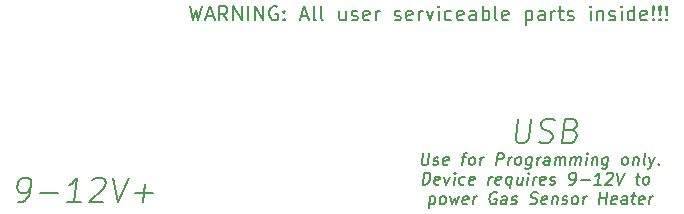
<source format=gto>
G04 #@! TF.GenerationSoftware,KiCad,Pcbnew,5.0.0-rc2*
G04 #@! TF.CreationDate,2019-06-04T01:47:03-04:00*
G04 #@! TF.ProjectId,panelback,70616E656C6261636B2E6B696361645F,rev?*
G04 #@! TF.SameCoordinates,Original*
G04 #@! TF.FileFunction,Legend,Top*
G04 #@! TF.FilePolarity,Positive*
%FSLAX46Y46*%
G04 Gerber Fmt 4.6, Leading zero omitted, Abs format (unit mm)*
G04 Created by KiCad (PCBNEW 5.0.0-rc2) date Tue Jun  4 01:47:03 2019*
%MOMM*%
%LPD*%
G01*
G04 APERTURE LIST*
%ADD10C,0.152400*%
G04 APERTURE END LIST*
D10*
X82742857Y-81342857D02*
X83028571Y-82542857D01*
X83257142Y-81685714D01*
X83485714Y-82542857D01*
X83771428Y-81342857D01*
X84171428Y-82200000D02*
X84742857Y-82200000D01*
X84057142Y-82542857D02*
X84457142Y-81342857D01*
X84857142Y-82542857D01*
X85942857Y-82542857D02*
X85542857Y-81971428D01*
X85257142Y-82542857D02*
X85257142Y-81342857D01*
X85714285Y-81342857D01*
X85828571Y-81400000D01*
X85885714Y-81457142D01*
X85942857Y-81571428D01*
X85942857Y-81742857D01*
X85885714Y-81857142D01*
X85828571Y-81914285D01*
X85714285Y-81971428D01*
X85257142Y-81971428D01*
X86457142Y-82542857D02*
X86457142Y-81342857D01*
X87142857Y-82542857D01*
X87142857Y-81342857D01*
X87714285Y-82542857D02*
X87714285Y-81342857D01*
X88285714Y-82542857D02*
X88285714Y-81342857D01*
X88971428Y-82542857D01*
X88971428Y-81342857D01*
X90171428Y-81400000D02*
X90057142Y-81342857D01*
X89885714Y-81342857D01*
X89714285Y-81400000D01*
X89599999Y-81514285D01*
X89542857Y-81628571D01*
X89485714Y-81857142D01*
X89485714Y-82028571D01*
X89542857Y-82257142D01*
X89599999Y-82371428D01*
X89714285Y-82485714D01*
X89885714Y-82542857D01*
X89999999Y-82542857D01*
X90171428Y-82485714D01*
X90228571Y-82428571D01*
X90228571Y-82028571D01*
X89999999Y-82028571D01*
X90742857Y-82428571D02*
X90799999Y-82485714D01*
X90742857Y-82542857D01*
X90685714Y-82485714D01*
X90742857Y-82428571D01*
X90742857Y-82542857D01*
X90742857Y-81800000D02*
X90799999Y-81857142D01*
X90742857Y-81914285D01*
X90685714Y-81857142D01*
X90742857Y-81800000D01*
X90742857Y-81914285D01*
X92171428Y-82200000D02*
X92742857Y-82200000D01*
X92057142Y-82542857D02*
X92457142Y-81342857D01*
X92857142Y-82542857D01*
X93428571Y-82542857D02*
X93314285Y-82485714D01*
X93257142Y-82371428D01*
X93257142Y-81342857D01*
X94057142Y-82542857D02*
X93942857Y-82485714D01*
X93885714Y-82371428D01*
X93885714Y-81342857D01*
X95942857Y-81742857D02*
X95942857Y-82542857D01*
X95428571Y-81742857D02*
X95428571Y-82371428D01*
X95485714Y-82485714D01*
X95599999Y-82542857D01*
X95771428Y-82542857D01*
X95885714Y-82485714D01*
X95942857Y-82428571D01*
X96457142Y-82485714D02*
X96571428Y-82542857D01*
X96799999Y-82542857D01*
X96914285Y-82485714D01*
X96971428Y-82371428D01*
X96971428Y-82314285D01*
X96914285Y-82200000D01*
X96799999Y-82142857D01*
X96628571Y-82142857D01*
X96514285Y-82085714D01*
X96457142Y-81971428D01*
X96457142Y-81914285D01*
X96514285Y-81800000D01*
X96628571Y-81742857D01*
X96799999Y-81742857D01*
X96914285Y-81800000D01*
X97942857Y-82485714D02*
X97828571Y-82542857D01*
X97599999Y-82542857D01*
X97485714Y-82485714D01*
X97428571Y-82371428D01*
X97428571Y-81914285D01*
X97485714Y-81800000D01*
X97599999Y-81742857D01*
X97828571Y-81742857D01*
X97942857Y-81800000D01*
X97999999Y-81914285D01*
X97999999Y-82028571D01*
X97428571Y-82142857D01*
X98514285Y-82542857D02*
X98514285Y-81742857D01*
X98514285Y-81971428D02*
X98571428Y-81857142D01*
X98628571Y-81800000D01*
X98742857Y-81742857D01*
X98857142Y-81742857D01*
X100114285Y-82485714D02*
X100228571Y-82542857D01*
X100457142Y-82542857D01*
X100571428Y-82485714D01*
X100628571Y-82371428D01*
X100628571Y-82314285D01*
X100571428Y-82200000D01*
X100457142Y-82142857D01*
X100285714Y-82142857D01*
X100171428Y-82085714D01*
X100114285Y-81971428D01*
X100114285Y-81914285D01*
X100171428Y-81800000D01*
X100285714Y-81742857D01*
X100457142Y-81742857D01*
X100571428Y-81800000D01*
X101599999Y-82485714D02*
X101485714Y-82542857D01*
X101257142Y-82542857D01*
X101142857Y-82485714D01*
X101085714Y-82371428D01*
X101085714Y-81914285D01*
X101142857Y-81800000D01*
X101257142Y-81742857D01*
X101485714Y-81742857D01*
X101599999Y-81800000D01*
X101657142Y-81914285D01*
X101657142Y-82028571D01*
X101085714Y-82142857D01*
X102171428Y-82542857D02*
X102171428Y-81742857D01*
X102171428Y-81971428D02*
X102228571Y-81857142D01*
X102285714Y-81800000D01*
X102399999Y-81742857D01*
X102514285Y-81742857D01*
X102799999Y-81742857D02*
X103085714Y-82542857D01*
X103371428Y-81742857D01*
X103828571Y-82542857D02*
X103828571Y-81742857D01*
X103828571Y-81342857D02*
X103771428Y-81400000D01*
X103828571Y-81457142D01*
X103885714Y-81400000D01*
X103828571Y-81342857D01*
X103828571Y-81457142D01*
X104914285Y-82485714D02*
X104799999Y-82542857D01*
X104571428Y-82542857D01*
X104457142Y-82485714D01*
X104399999Y-82428571D01*
X104342857Y-82314285D01*
X104342857Y-81971428D01*
X104399999Y-81857142D01*
X104457142Y-81800000D01*
X104571428Y-81742857D01*
X104799999Y-81742857D01*
X104914285Y-81800000D01*
X105885714Y-82485714D02*
X105771428Y-82542857D01*
X105542857Y-82542857D01*
X105428571Y-82485714D01*
X105371428Y-82371428D01*
X105371428Y-81914285D01*
X105428571Y-81800000D01*
X105542857Y-81742857D01*
X105771428Y-81742857D01*
X105885714Y-81800000D01*
X105942857Y-81914285D01*
X105942857Y-82028571D01*
X105371428Y-82142857D01*
X106971428Y-82542857D02*
X106971428Y-81914285D01*
X106914285Y-81800000D01*
X106799999Y-81742857D01*
X106571428Y-81742857D01*
X106457142Y-81800000D01*
X106971428Y-82485714D02*
X106857142Y-82542857D01*
X106571428Y-82542857D01*
X106457142Y-82485714D01*
X106399999Y-82371428D01*
X106399999Y-82257142D01*
X106457142Y-82142857D01*
X106571428Y-82085714D01*
X106857142Y-82085714D01*
X106971428Y-82028571D01*
X107542857Y-82542857D02*
X107542857Y-81342857D01*
X107542857Y-81800000D02*
X107657142Y-81742857D01*
X107885714Y-81742857D01*
X107999999Y-81800000D01*
X108057142Y-81857142D01*
X108114285Y-81971428D01*
X108114285Y-82314285D01*
X108057142Y-82428571D01*
X107999999Y-82485714D01*
X107885714Y-82542857D01*
X107657142Y-82542857D01*
X107542857Y-82485714D01*
X108800000Y-82542857D02*
X108685714Y-82485714D01*
X108628571Y-82371428D01*
X108628571Y-81342857D01*
X109714285Y-82485714D02*
X109600000Y-82542857D01*
X109371428Y-82542857D01*
X109257142Y-82485714D01*
X109200000Y-82371428D01*
X109200000Y-81914285D01*
X109257142Y-81800000D01*
X109371428Y-81742857D01*
X109600000Y-81742857D01*
X109714285Y-81800000D01*
X109771428Y-81914285D01*
X109771428Y-82028571D01*
X109200000Y-82142857D01*
X111200000Y-81742857D02*
X111200000Y-82942857D01*
X111200000Y-81800000D02*
X111314285Y-81742857D01*
X111542857Y-81742857D01*
X111657142Y-81800000D01*
X111714285Y-81857142D01*
X111771428Y-81971428D01*
X111771428Y-82314285D01*
X111714285Y-82428571D01*
X111657142Y-82485714D01*
X111542857Y-82542857D01*
X111314285Y-82542857D01*
X111200000Y-82485714D01*
X112800000Y-82542857D02*
X112800000Y-81914285D01*
X112742857Y-81800000D01*
X112628571Y-81742857D01*
X112400000Y-81742857D01*
X112285714Y-81800000D01*
X112800000Y-82485714D02*
X112685714Y-82542857D01*
X112400000Y-82542857D01*
X112285714Y-82485714D01*
X112228571Y-82371428D01*
X112228571Y-82257142D01*
X112285714Y-82142857D01*
X112400000Y-82085714D01*
X112685714Y-82085714D01*
X112800000Y-82028571D01*
X113371428Y-82542857D02*
X113371428Y-81742857D01*
X113371428Y-81971428D02*
X113428571Y-81857142D01*
X113485714Y-81800000D01*
X113600000Y-81742857D01*
X113714285Y-81742857D01*
X113942857Y-81742857D02*
X114400000Y-81742857D01*
X114114285Y-81342857D02*
X114114285Y-82371428D01*
X114171428Y-82485714D01*
X114285714Y-82542857D01*
X114400000Y-82542857D01*
X114742857Y-82485714D02*
X114857142Y-82542857D01*
X115085714Y-82542857D01*
X115200000Y-82485714D01*
X115257142Y-82371428D01*
X115257142Y-82314285D01*
X115200000Y-82200000D01*
X115085714Y-82142857D01*
X114914285Y-82142857D01*
X114800000Y-82085714D01*
X114742857Y-81971428D01*
X114742857Y-81914285D01*
X114800000Y-81800000D01*
X114914285Y-81742857D01*
X115085714Y-81742857D01*
X115200000Y-81800000D01*
X116685714Y-82542857D02*
X116685714Y-81742857D01*
X116685714Y-81342857D02*
X116628571Y-81400000D01*
X116685714Y-81457142D01*
X116742857Y-81400000D01*
X116685714Y-81342857D01*
X116685714Y-81457142D01*
X117257142Y-81742857D02*
X117257142Y-82542857D01*
X117257142Y-81857142D02*
X117314285Y-81800000D01*
X117428571Y-81742857D01*
X117600000Y-81742857D01*
X117714285Y-81800000D01*
X117771428Y-81914285D01*
X117771428Y-82542857D01*
X118285714Y-82485714D02*
X118400000Y-82542857D01*
X118628571Y-82542857D01*
X118742857Y-82485714D01*
X118800000Y-82371428D01*
X118800000Y-82314285D01*
X118742857Y-82200000D01*
X118628571Y-82142857D01*
X118457142Y-82142857D01*
X118342857Y-82085714D01*
X118285714Y-81971428D01*
X118285714Y-81914285D01*
X118342857Y-81800000D01*
X118457142Y-81742857D01*
X118628571Y-81742857D01*
X118742857Y-81800000D01*
X119314285Y-82542857D02*
X119314285Y-81742857D01*
X119314285Y-81342857D02*
X119257142Y-81400000D01*
X119314285Y-81457142D01*
X119371428Y-81400000D01*
X119314285Y-81342857D01*
X119314285Y-81457142D01*
X120400000Y-82542857D02*
X120400000Y-81342857D01*
X120400000Y-82485714D02*
X120285714Y-82542857D01*
X120057142Y-82542857D01*
X119942857Y-82485714D01*
X119885714Y-82428571D01*
X119828571Y-82314285D01*
X119828571Y-81971428D01*
X119885714Y-81857142D01*
X119942857Y-81800000D01*
X120057142Y-81742857D01*
X120285714Y-81742857D01*
X120400000Y-81800000D01*
X121428571Y-82485714D02*
X121314285Y-82542857D01*
X121085714Y-82542857D01*
X120971428Y-82485714D01*
X120914285Y-82371428D01*
X120914285Y-81914285D01*
X120971428Y-81800000D01*
X121085714Y-81742857D01*
X121314285Y-81742857D01*
X121428571Y-81800000D01*
X121485714Y-81914285D01*
X121485714Y-82028571D01*
X120914285Y-82142857D01*
X122000000Y-82428571D02*
X122057142Y-82485714D01*
X122000000Y-82542857D01*
X121942857Y-82485714D01*
X122000000Y-82428571D01*
X122000000Y-82542857D01*
X122000000Y-82085714D02*
X121942857Y-81400000D01*
X122000000Y-81342857D01*
X122057142Y-81400000D01*
X122000000Y-82085714D01*
X122000000Y-81342857D01*
X122571428Y-82428571D02*
X122628571Y-82485714D01*
X122571428Y-82542857D01*
X122514285Y-82485714D01*
X122571428Y-82428571D01*
X122571428Y-82542857D01*
X122571428Y-82085714D02*
X122514285Y-81400000D01*
X122571428Y-81342857D01*
X122628571Y-81400000D01*
X122571428Y-82085714D01*
X122571428Y-81342857D01*
X123142857Y-82428571D02*
X123200000Y-82485714D01*
X123142857Y-82542857D01*
X123085714Y-82485714D01*
X123142857Y-82428571D01*
X123142857Y-82542857D01*
X123142857Y-82085714D02*
X123085714Y-81400000D01*
X123142857Y-81342857D01*
X123200000Y-81400000D01*
X123142857Y-82085714D01*
X123142857Y-81342857D01*
X102477200Y-93799980D02*
X102376010Y-94609504D01*
X102411724Y-94704742D01*
X102453391Y-94752361D01*
X102542677Y-94799980D01*
X102733153Y-94799980D01*
X102834343Y-94752361D01*
X102887915Y-94704742D01*
X102947438Y-94609504D01*
X103048629Y-93799980D01*
X103358153Y-94752361D02*
X103447438Y-94799980D01*
X103637915Y-94799980D01*
X103739105Y-94752361D01*
X103798629Y-94657123D01*
X103804581Y-94609504D01*
X103768867Y-94514266D01*
X103679581Y-94466647D01*
X103536724Y-94466647D01*
X103447438Y-94419028D01*
X103411724Y-94323790D01*
X103417677Y-94276171D01*
X103477200Y-94180933D01*
X103578391Y-94133314D01*
X103721248Y-94133314D01*
X103810534Y-94180933D01*
X104596248Y-94752361D02*
X104495057Y-94799980D01*
X104304581Y-94799980D01*
X104215296Y-94752361D01*
X104179581Y-94657123D01*
X104227200Y-94276171D01*
X104286724Y-94180933D01*
X104387915Y-94133314D01*
X104578391Y-94133314D01*
X104667677Y-94180933D01*
X104703391Y-94276171D01*
X104691486Y-94371409D01*
X104203391Y-94466647D01*
X105768867Y-94133314D02*
X106149819Y-94133314D01*
X105828391Y-94799980D02*
X105935534Y-93942838D01*
X105995057Y-93847600D01*
X106096248Y-93799980D01*
X106191486Y-93799980D01*
X106542677Y-94799980D02*
X106453391Y-94752361D01*
X106411724Y-94704742D01*
X106376010Y-94609504D01*
X106411724Y-94323790D01*
X106471248Y-94228552D01*
X106524819Y-94180933D01*
X106626010Y-94133314D01*
X106768867Y-94133314D01*
X106858153Y-94180933D01*
X106899819Y-94228552D01*
X106935534Y-94323790D01*
X106899819Y-94609504D01*
X106840296Y-94704742D01*
X106786724Y-94752361D01*
X106685534Y-94799980D01*
X106542677Y-94799980D01*
X107304581Y-94799980D02*
X107387915Y-94133314D01*
X107364105Y-94323790D02*
X107423629Y-94228552D01*
X107477200Y-94180933D01*
X107578391Y-94133314D01*
X107673629Y-94133314D01*
X108685534Y-94799980D02*
X108810534Y-93799980D01*
X109191486Y-93799980D01*
X109280772Y-93847600D01*
X109322438Y-93895219D01*
X109358153Y-93990457D01*
X109340296Y-94133314D01*
X109280772Y-94228552D01*
X109227200Y-94276171D01*
X109126010Y-94323790D01*
X108745057Y-94323790D01*
X109685534Y-94799980D02*
X109768867Y-94133314D01*
X109745057Y-94323790D02*
X109804581Y-94228552D01*
X109858153Y-94180933D01*
X109959343Y-94133314D01*
X110054581Y-94133314D01*
X110447438Y-94799980D02*
X110358153Y-94752361D01*
X110316486Y-94704742D01*
X110280772Y-94609504D01*
X110316486Y-94323790D01*
X110376010Y-94228552D01*
X110429581Y-94180933D01*
X110530772Y-94133314D01*
X110673629Y-94133314D01*
X110762915Y-94180933D01*
X110804581Y-94228552D01*
X110840296Y-94323790D01*
X110804581Y-94609504D01*
X110745057Y-94704742D01*
X110691486Y-94752361D01*
X110590296Y-94799980D01*
X110447438Y-94799980D01*
X111721248Y-94133314D02*
X111620057Y-94942838D01*
X111560534Y-95038076D01*
X111506962Y-95085695D01*
X111405772Y-95133314D01*
X111262915Y-95133314D01*
X111173629Y-95085695D01*
X111643867Y-94752361D02*
X111542677Y-94799980D01*
X111352200Y-94799980D01*
X111262915Y-94752361D01*
X111221248Y-94704742D01*
X111185534Y-94609504D01*
X111221248Y-94323790D01*
X111280772Y-94228552D01*
X111334343Y-94180933D01*
X111435534Y-94133314D01*
X111626010Y-94133314D01*
X111715296Y-94180933D01*
X112114105Y-94799980D02*
X112197438Y-94133314D01*
X112173629Y-94323790D02*
X112233153Y-94228552D01*
X112286724Y-94180933D01*
X112387915Y-94133314D01*
X112483153Y-94133314D01*
X113161724Y-94799980D02*
X113227200Y-94276171D01*
X113191486Y-94180933D01*
X113102200Y-94133314D01*
X112911724Y-94133314D01*
X112810534Y-94180933D01*
X113167677Y-94752361D02*
X113066486Y-94799980D01*
X112828391Y-94799980D01*
X112739105Y-94752361D01*
X112703391Y-94657123D01*
X112715296Y-94561885D01*
X112774819Y-94466647D01*
X112876010Y-94419028D01*
X113114105Y-94419028D01*
X113215296Y-94371409D01*
X113637915Y-94799980D02*
X113721248Y-94133314D01*
X113709343Y-94228552D02*
X113762915Y-94180933D01*
X113864105Y-94133314D01*
X114006962Y-94133314D01*
X114096248Y-94180933D01*
X114131962Y-94276171D01*
X114066486Y-94799980D01*
X114131962Y-94276171D02*
X114191486Y-94180933D01*
X114292677Y-94133314D01*
X114435534Y-94133314D01*
X114524819Y-94180933D01*
X114560534Y-94276171D01*
X114495057Y-94799980D01*
X114971248Y-94799980D02*
X115054581Y-94133314D01*
X115042677Y-94228552D02*
X115096248Y-94180933D01*
X115197438Y-94133314D01*
X115340296Y-94133314D01*
X115429581Y-94180933D01*
X115465296Y-94276171D01*
X115399819Y-94799980D01*
X115465296Y-94276171D02*
X115524819Y-94180933D01*
X115626010Y-94133314D01*
X115768867Y-94133314D01*
X115858153Y-94180933D01*
X115893867Y-94276171D01*
X115828391Y-94799980D01*
X116304581Y-94799980D02*
X116387915Y-94133314D01*
X116429581Y-93799980D02*
X116376010Y-93847600D01*
X116417677Y-93895219D01*
X116471248Y-93847600D01*
X116429581Y-93799980D01*
X116417677Y-93895219D01*
X116864105Y-94133314D02*
X116780772Y-94799980D01*
X116852200Y-94228552D02*
X116905772Y-94180933D01*
X117006962Y-94133314D01*
X117149819Y-94133314D01*
X117239105Y-94180933D01*
X117274819Y-94276171D01*
X117209343Y-94799980D01*
X118197438Y-94133314D02*
X118096248Y-94942838D01*
X118036724Y-95038076D01*
X117983153Y-95085695D01*
X117881962Y-95133314D01*
X117739105Y-95133314D01*
X117649819Y-95085695D01*
X118120057Y-94752361D02*
X118018867Y-94799980D01*
X117828391Y-94799980D01*
X117739105Y-94752361D01*
X117697438Y-94704742D01*
X117661724Y-94609504D01*
X117697438Y-94323790D01*
X117756962Y-94228552D01*
X117810534Y-94180933D01*
X117911724Y-94133314D01*
X118102200Y-94133314D01*
X118191486Y-94180933D01*
X119495057Y-94799980D02*
X119405772Y-94752361D01*
X119364105Y-94704742D01*
X119328391Y-94609504D01*
X119364105Y-94323790D01*
X119423629Y-94228552D01*
X119477200Y-94180933D01*
X119578391Y-94133314D01*
X119721248Y-94133314D01*
X119810534Y-94180933D01*
X119852200Y-94228552D01*
X119887915Y-94323790D01*
X119852200Y-94609504D01*
X119792677Y-94704742D01*
X119739105Y-94752361D01*
X119637915Y-94799980D01*
X119495057Y-94799980D01*
X120340296Y-94133314D02*
X120256962Y-94799980D01*
X120328391Y-94228552D02*
X120381962Y-94180933D01*
X120483153Y-94133314D01*
X120626010Y-94133314D01*
X120715296Y-94180933D01*
X120751010Y-94276171D01*
X120685534Y-94799980D01*
X121304581Y-94799980D02*
X121215296Y-94752361D01*
X121179581Y-94657123D01*
X121286724Y-93799980D01*
X121673629Y-94133314D02*
X121828391Y-94799980D01*
X122149819Y-94133314D02*
X121828391Y-94799980D01*
X121703391Y-95038076D01*
X121649819Y-95085695D01*
X121548629Y-95133314D01*
X122459343Y-94704742D02*
X122501010Y-94752361D01*
X122447438Y-94799980D01*
X122405772Y-94752361D01*
X122459343Y-94704742D01*
X122447438Y-94799980D01*
X102471248Y-96452380D02*
X102596248Y-95452380D01*
X102834343Y-95452380D01*
X102971248Y-95500000D01*
X103054581Y-95595238D01*
X103090296Y-95690476D01*
X103114105Y-95880952D01*
X103096248Y-96023809D01*
X103024819Y-96214285D01*
X102965296Y-96309523D01*
X102858153Y-96404761D01*
X102709343Y-96452380D01*
X102471248Y-96452380D01*
X103858153Y-96404761D02*
X103756962Y-96452380D01*
X103566486Y-96452380D01*
X103477200Y-96404761D01*
X103441486Y-96309523D01*
X103489105Y-95928571D01*
X103548629Y-95833333D01*
X103649819Y-95785714D01*
X103840296Y-95785714D01*
X103929581Y-95833333D01*
X103965296Y-95928571D01*
X103953391Y-96023809D01*
X103465296Y-96119047D01*
X104316486Y-95785714D02*
X104471248Y-96452380D01*
X104792677Y-95785714D01*
X105090296Y-96452380D02*
X105173629Y-95785714D01*
X105215296Y-95452380D02*
X105161724Y-95500000D01*
X105203391Y-95547619D01*
X105256962Y-95500000D01*
X105215296Y-95452380D01*
X105203391Y-95547619D01*
X106001010Y-96404761D02*
X105899819Y-96452380D01*
X105709343Y-96452380D01*
X105620057Y-96404761D01*
X105578391Y-96357142D01*
X105542677Y-96261904D01*
X105578391Y-95976190D01*
X105637915Y-95880952D01*
X105691486Y-95833333D01*
X105792677Y-95785714D01*
X105983153Y-95785714D01*
X106072438Y-95833333D01*
X106810534Y-96404761D02*
X106709343Y-96452380D01*
X106518867Y-96452380D01*
X106429581Y-96404761D01*
X106393867Y-96309523D01*
X106441486Y-95928571D01*
X106501010Y-95833333D01*
X106602200Y-95785714D01*
X106792677Y-95785714D01*
X106881962Y-95833333D01*
X106917677Y-95928571D01*
X106905772Y-96023809D01*
X106417677Y-96119047D01*
X108042677Y-96452380D02*
X108126010Y-95785714D01*
X108102200Y-95976190D02*
X108161724Y-95880952D01*
X108215296Y-95833333D01*
X108316486Y-95785714D01*
X108411724Y-95785714D01*
X109048629Y-96404761D02*
X108947438Y-96452380D01*
X108756962Y-96452380D01*
X108667677Y-96404761D01*
X108631962Y-96309523D01*
X108679581Y-95928571D01*
X108739105Y-95833333D01*
X108840296Y-95785714D01*
X109030772Y-95785714D01*
X109120057Y-95833333D01*
X109155772Y-95928571D01*
X109143867Y-96023809D01*
X108655772Y-96119047D01*
X110030772Y-95785714D02*
X109905772Y-96785714D01*
X109953391Y-96404761D02*
X109852200Y-96452380D01*
X109661724Y-96452380D01*
X109572438Y-96404761D01*
X109530772Y-96357142D01*
X109495057Y-96261904D01*
X109530772Y-95976190D01*
X109590296Y-95880952D01*
X109643867Y-95833333D01*
X109745057Y-95785714D01*
X109935534Y-95785714D01*
X110024819Y-95833333D01*
X110935534Y-95785714D02*
X110852200Y-96452380D01*
X110506962Y-95785714D02*
X110441486Y-96309523D01*
X110477200Y-96404761D01*
X110566486Y-96452380D01*
X110709343Y-96452380D01*
X110810534Y-96404761D01*
X110864105Y-96357142D01*
X111328391Y-96452380D02*
X111411724Y-95785714D01*
X111453391Y-95452380D02*
X111399819Y-95500000D01*
X111441486Y-95547619D01*
X111495057Y-95500000D01*
X111453391Y-95452380D01*
X111441486Y-95547619D01*
X111804581Y-96452380D02*
X111887915Y-95785714D01*
X111864105Y-95976190D02*
X111923629Y-95880952D01*
X111977200Y-95833333D01*
X112078391Y-95785714D01*
X112173629Y-95785714D01*
X112810534Y-96404761D02*
X112709343Y-96452380D01*
X112518867Y-96452380D01*
X112429581Y-96404761D01*
X112393867Y-96309523D01*
X112441486Y-95928571D01*
X112501010Y-95833333D01*
X112602200Y-95785714D01*
X112792677Y-95785714D01*
X112881962Y-95833333D01*
X112917677Y-95928571D01*
X112905772Y-96023809D01*
X112417677Y-96119047D01*
X113239105Y-96404761D02*
X113328391Y-96452380D01*
X113518867Y-96452380D01*
X113620057Y-96404761D01*
X113679581Y-96309523D01*
X113685534Y-96261904D01*
X113649819Y-96166666D01*
X113560534Y-96119047D01*
X113417677Y-96119047D01*
X113328391Y-96071428D01*
X113292677Y-95976190D01*
X113298629Y-95928571D01*
X113358153Y-95833333D01*
X113459343Y-95785714D01*
X113602200Y-95785714D01*
X113691486Y-95833333D01*
X114899819Y-96452380D02*
X115090296Y-96452380D01*
X115191486Y-96404761D01*
X115245057Y-96357142D01*
X115358153Y-96214285D01*
X115429581Y-96023809D01*
X115477200Y-95642857D01*
X115441486Y-95547619D01*
X115399819Y-95500000D01*
X115310534Y-95452380D01*
X115120057Y-95452380D01*
X115018867Y-95500000D01*
X114965296Y-95547619D01*
X114905772Y-95642857D01*
X114876010Y-95880952D01*
X114911724Y-95976190D01*
X114953391Y-96023809D01*
X115042677Y-96071428D01*
X115233153Y-96071428D01*
X115334343Y-96023809D01*
X115387915Y-95976190D01*
X115447438Y-95880952D01*
X115852200Y-96071428D02*
X116614105Y-96071428D01*
X117566486Y-96452380D02*
X116995057Y-96452380D01*
X117280772Y-96452380D02*
X117405772Y-95452380D01*
X117292677Y-95595238D01*
X117185534Y-95690476D01*
X117084343Y-95738095D01*
X118060534Y-95547619D02*
X118114105Y-95500000D01*
X118215296Y-95452380D01*
X118453391Y-95452380D01*
X118542677Y-95500000D01*
X118584343Y-95547619D01*
X118620057Y-95642857D01*
X118608153Y-95738095D01*
X118542677Y-95880952D01*
X117899819Y-96452380D01*
X118518867Y-96452380D01*
X118929581Y-95452380D02*
X119137915Y-96452380D01*
X119596248Y-95452380D01*
X120506962Y-95785714D02*
X120887915Y-95785714D01*
X120691486Y-95452380D02*
X120584343Y-96309523D01*
X120620057Y-96404761D01*
X120709343Y-96452380D01*
X120804581Y-96452380D01*
X121280772Y-96452380D02*
X121191486Y-96404761D01*
X121149819Y-96357142D01*
X121114105Y-96261904D01*
X121149819Y-95976190D01*
X121209343Y-95880952D01*
X121262915Y-95833333D01*
X121364105Y-95785714D01*
X121506962Y-95785714D01*
X121596248Y-95833333D01*
X121637915Y-95880952D01*
X121673629Y-95976190D01*
X121637915Y-96261904D01*
X121578391Y-96357142D01*
X121524819Y-96404761D01*
X121423629Y-96452380D01*
X121280772Y-96452380D01*
X103102200Y-97438114D02*
X102977200Y-98438114D01*
X103096248Y-97485733D02*
X103197438Y-97438114D01*
X103387915Y-97438114D01*
X103477200Y-97485733D01*
X103518867Y-97533352D01*
X103554581Y-97628590D01*
X103518867Y-97914304D01*
X103459343Y-98009542D01*
X103405772Y-98057161D01*
X103304581Y-98104780D01*
X103114105Y-98104780D01*
X103024819Y-98057161D01*
X104066486Y-98104780D02*
X103977200Y-98057161D01*
X103935534Y-98009542D01*
X103899819Y-97914304D01*
X103935534Y-97628590D01*
X103995057Y-97533352D01*
X104048629Y-97485733D01*
X104149819Y-97438114D01*
X104292677Y-97438114D01*
X104381962Y-97485733D01*
X104423629Y-97533352D01*
X104459343Y-97628590D01*
X104423629Y-97914304D01*
X104364105Y-98009542D01*
X104310534Y-98057161D01*
X104209343Y-98104780D01*
X104066486Y-98104780D01*
X104816486Y-97438114D02*
X104923629Y-98104780D01*
X105173629Y-97628590D01*
X105304581Y-98104780D01*
X105578391Y-97438114D01*
X106262915Y-98057161D02*
X106161724Y-98104780D01*
X105971248Y-98104780D01*
X105881962Y-98057161D01*
X105846248Y-97961923D01*
X105893867Y-97580971D01*
X105953391Y-97485733D01*
X106054581Y-97438114D01*
X106245057Y-97438114D01*
X106334343Y-97485733D01*
X106370057Y-97580971D01*
X106358153Y-97676209D01*
X105870057Y-97771447D01*
X106733153Y-98104780D02*
X106816486Y-97438114D01*
X106792677Y-97628590D02*
X106852200Y-97533352D01*
X106905772Y-97485733D01*
X107006962Y-97438114D01*
X107102200Y-97438114D01*
X108756962Y-97152400D02*
X108667677Y-97104780D01*
X108524819Y-97104780D01*
X108376010Y-97152400D01*
X108268867Y-97247638D01*
X108209343Y-97342876D01*
X108137915Y-97533352D01*
X108120057Y-97676209D01*
X108143867Y-97866685D01*
X108179581Y-97961923D01*
X108262915Y-98057161D01*
X108399819Y-98104780D01*
X108495057Y-98104780D01*
X108643867Y-98057161D01*
X108697438Y-98009542D01*
X108739105Y-97676209D01*
X108548629Y-97676209D01*
X109542677Y-98104780D02*
X109608153Y-97580971D01*
X109572438Y-97485733D01*
X109483153Y-97438114D01*
X109292677Y-97438114D01*
X109191486Y-97485733D01*
X109548629Y-98057161D02*
X109447438Y-98104780D01*
X109209343Y-98104780D01*
X109120057Y-98057161D01*
X109084343Y-97961923D01*
X109096248Y-97866685D01*
X109155772Y-97771447D01*
X109256962Y-97723828D01*
X109495057Y-97723828D01*
X109596248Y-97676209D01*
X109977200Y-98057161D02*
X110066486Y-98104780D01*
X110256962Y-98104780D01*
X110358153Y-98057161D01*
X110417677Y-97961923D01*
X110423629Y-97914304D01*
X110387915Y-97819066D01*
X110298629Y-97771447D01*
X110155772Y-97771447D01*
X110066486Y-97723828D01*
X110030772Y-97628590D01*
X110036724Y-97580971D01*
X110096248Y-97485733D01*
X110197438Y-97438114D01*
X110340296Y-97438114D01*
X110429581Y-97485733D01*
X111548629Y-98057161D02*
X111685534Y-98104780D01*
X111923629Y-98104780D01*
X112024819Y-98057161D01*
X112078391Y-98009542D01*
X112137915Y-97914304D01*
X112149819Y-97819066D01*
X112114105Y-97723828D01*
X112072438Y-97676209D01*
X111983153Y-97628590D01*
X111798629Y-97580971D01*
X111709343Y-97533352D01*
X111667677Y-97485733D01*
X111631962Y-97390495D01*
X111643867Y-97295257D01*
X111703391Y-97200019D01*
X111756962Y-97152400D01*
X111858153Y-97104780D01*
X112096248Y-97104780D01*
X112233153Y-97152400D01*
X112929581Y-98057161D02*
X112828391Y-98104780D01*
X112637915Y-98104780D01*
X112548629Y-98057161D01*
X112512915Y-97961923D01*
X112560534Y-97580971D01*
X112620057Y-97485733D01*
X112721248Y-97438114D01*
X112911724Y-97438114D01*
X113001010Y-97485733D01*
X113036724Y-97580971D01*
X113024819Y-97676209D01*
X112536724Y-97771447D01*
X113483153Y-97438114D02*
X113399819Y-98104780D01*
X113471248Y-97533352D02*
X113524819Y-97485733D01*
X113626010Y-97438114D01*
X113768867Y-97438114D01*
X113858153Y-97485733D01*
X113893867Y-97580971D01*
X113828391Y-98104780D01*
X114262915Y-98057161D02*
X114352200Y-98104780D01*
X114542677Y-98104780D01*
X114643867Y-98057161D01*
X114703391Y-97961923D01*
X114709343Y-97914304D01*
X114673629Y-97819066D01*
X114584343Y-97771447D01*
X114441486Y-97771447D01*
X114352200Y-97723828D01*
X114316486Y-97628590D01*
X114322438Y-97580971D01*
X114381962Y-97485733D01*
X114483153Y-97438114D01*
X114626010Y-97438114D01*
X114715296Y-97485733D01*
X115256962Y-98104780D02*
X115167677Y-98057161D01*
X115126010Y-98009542D01*
X115090296Y-97914304D01*
X115126010Y-97628590D01*
X115185534Y-97533352D01*
X115239105Y-97485733D01*
X115340296Y-97438114D01*
X115483153Y-97438114D01*
X115572438Y-97485733D01*
X115614105Y-97533352D01*
X115649819Y-97628590D01*
X115614105Y-97914304D01*
X115554581Y-98009542D01*
X115501010Y-98057161D01*
X115399819Y-98104780D01*
X115256962Y-98104780D01*
X116018867Y-98104780D02*
X116102200Y-97438114D01*
X116078391Y-97628590D02*
X116137915Y-97533352D01*
X116191486Y-97485733D01*
X116292677Y-97438114D01*
X116387915Y-97438114D01*
X117399819Y-98104780D02*
X117524819Y-97104780D01*
X117465296Y-97580971D02*
X118036724Y-97580971D01*
X117971248Y-98104780D02*
X118096248Y-97104780D01*
X118834343Y-98057161D02*
X118733153Y-98104780D01*
X118542677Y-98104780D01*
X118453391Y-98057161D01*
X118417677Y-97961923D01*
X118465296Y-97580971D01*
X118524819Y-97485733D01*
X118626010Y-97438114D01*
X118816486Y-97438114D01*
X118905772Y-97485733D01*
X118941486Y-97580971D01*
X118929581Y-97676209D01*
X118441486Y-97771447D01*
X119733153Y-98104780D02*
X119798629Y-97580971D01*
X119762915Y-97485733D01*
X119673629Y-97438114D01*
X119483153Y-97438114D01*
X119381962Y-97485733D01*
X119739105Y-98057161D02*
X119637915Y-98104780D01*
X119399819Y-98104780D01*
X119310534Y-98057161D01*
X119274819Y-97961923D01*
X119286724Y-97866685D01*
X119346248Y-97771447D01*
X119447438Y-97723828D01*
X119685534Y-97723828D01*
X119786724Y-97676209D01*
X120149819Y-97438114D02*
X120530772Y-97438114D01*
X120334343Y-97104780D02*
X120227200Y-97961923D01*
X120262915Y-98057161D01*
X120352200Y-98104780D01*
X120447438Y-98104780D01*
X121167677Y-98057161D02*
X121066486Y-98104780D01*
X120876010Y-98104780D01*
X120786724Y-98057161D01*
X120751010Y-97961923D01*
X120798629Y-97580971D01*
X120858153Y-97485733D01*
X120959343Y-97438114D01*
X121149819Y-97438114D01*
X121239105Y-97485733D01*
X121274819Y-97580971D01*
X121262915Y-97676209D01*
X120774819Y-97771447D01*
X121637915Y-98104780D02*
X121721248Y-97438114D01*
X121697438Y-97628590D02*
X121756962Y-97533352D01*
X121810534Y-97485733D01*
X121911724Y-97438114D01*
X122006962Y-97438114D01*
X110538212Y-90904761D02*
X110335831Y-92523809D01*
X110407260Y-92714285D01*
X110490593Y-92809523D01*
X110669165Y-92904761D01*
X111050117Y-92904761D01*
X111252498Y-92809523D01*
X111359641Y-92714285D01*
X111478688Y-92523809D01*
X111681069Y-90904761D01*
X112300117Y-92809523D02*
X112573927Y-92904761D01*
X113050117Y-92904761D01*
X113252498Y-92809523D01*
X113359641Y-92714285D01*
X113478688Y-92523809D01*
X113502498Y-92333333D01*
X113431069Y-92142857D01*
X113347736Y-92047619D01*
X113169165Y-91952380D01*
X112800117Y-91857142D01*
X112621546Y-91761904D01*
X112538212Y-91666666D01*
X112466784Y-91476190D01*
X112490593Y-91285714D01*
X112609641Y-91095238D01*
X112716784Y-91000000D01*
X112919165Y-90904761D01*
X113395355Y-90904761D01*
X113669165Y-91000000D01*
X115085831Y-91857142D02*
X115359641Y-91952380D01*
X115442974Y-92047619D01*
X115514403Y-92238095D01*
X115478688Y-92523809D01*
X115359641Y-92714285D01*
X115252498Y-92809523D01*
X115050117Y-92904761D01*
X114288212Y-92904761D01*
X114538212Y-90904761D01*
X115204879Y-90904761D01*
X115383450Y-91000000D01*
X115466784Y-91095238D01*
X115538212Y-91285714D01*
X115514403Y-91476190D01*
X115395355Y-91666666D01*
X115288212Y-91761904D01*
X115085831Y-91857142D01*
X114419165Y-91857142D01*
X68192974Y-97904761D02*
X68573927Y-97904761D01*
X68776307Y-97809523D01*
X68883450Y-97714285D01*
X69109641Y-97428571D01*
X69252498Y-97047619D01*
X69347736Y-96285714D01*
X69276307Y-96095238D01*
X69192974Y-96000000D01*
X69014403Y-95904761D01*
X68633450Y-95904761D01*
X68431069Y-96000000D01*
X68323927Y-96095238D01*
X68204879Y-96285714D01*
X68145355Y-96761904D01*
X68216784Y-96952380D01*
X68300117Y-97047619D01*
X68478688Y-97142857D01*
X68859641Y-97142857D01*
X69062022Y-97047619D01*
X69169165Y-96952380D01*
X69288212Y-96761904D01*
X70097736Y-97142857D02*
X71621546Y-97142857D01*
X73526307Y-97904761D02*
X72383450Y-97904761D01*
X72954879Y-97904761D02*
X73204879Y-95904761D01*
X72978688Y-96190476D01*
X72764403Y-96380952D01*
X72562022Y-96476190D01*
X74514403Y-96095238D02*
X74621546Y-96000000D01*
X74823927Y-95904761D01*
X75300117Y-95904761D01*
X75478688Y-96000000D01*
X75562022Y-96095238D01*
X75633450Y-96285714D01*
X75609641Y-96476190D01*
X75478688Y-96761904D01*
X74192974Y-97904761D01*
X75431069Y-97904761D01*
X76252498Y-95904761D02*
X76669165Y-97904761D01*
X77585831Y-95904761D01*
X78097736Y-97142857D02*
X79621546Y-97142857D01*
X78764403Y-97904761D02*
X78954879Y-96380952D01*
M02*

</source>
